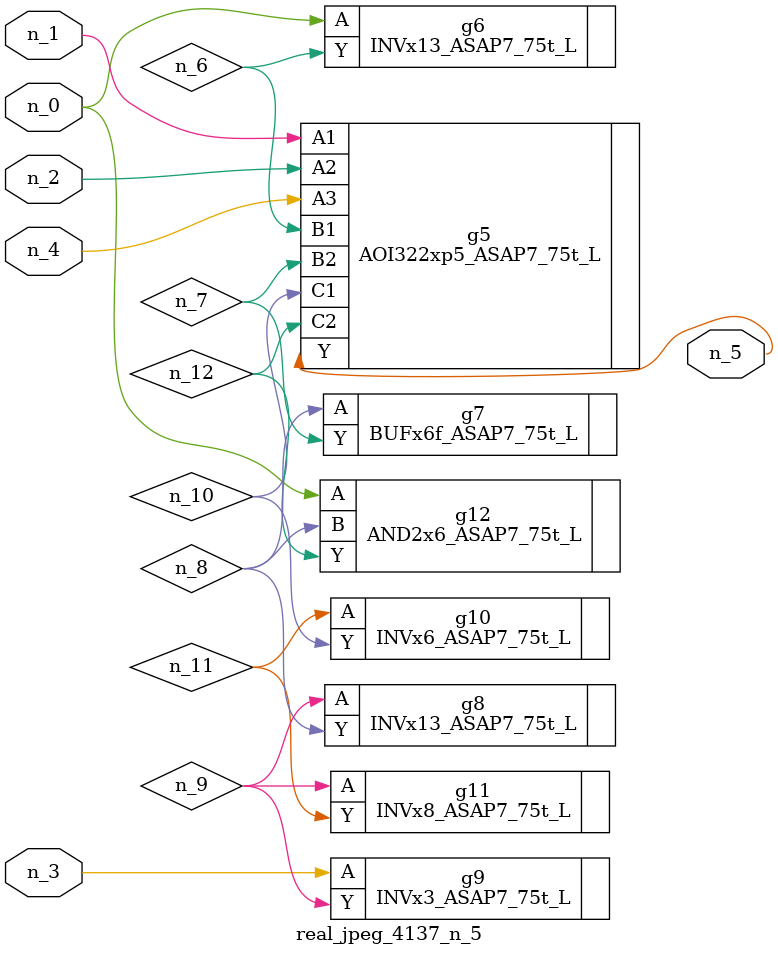
<source format=v>
module real_jpeg_4137_n_5 (n_4, n_0, n_1, n_2, n_3, n_5);

input n_4;
input n_0;
input n_1;
input n_2;
input n_3;

output n_5;

wire n_12;
wire n_8;
wire n_11;
wire n_6;
wire n_7;
wire n_10;
wire n_9;

INVx13_ASAP7_75t_L g6 ( 
.A(n_0),
.Y(n_6)
);

AND2x6_ASAP7_75t_L g12 ( 
.A(n_0),
.B(n_8),
.Y(n_12)
);

AOI322xp5_ASAP7_75t_L g5 ( 
.A1(n_1),
.A2(n_2),
.A3(n_4),
.B1(n_6),
.B2(n_7),
.C1(n_10),
.C2(n_12),
.Y(n_5)
);

INVx3_ASAP7_75t_L g9 ( 
.A(n_3),
.Y(n_9)
);

BUFx6f_ASAP7_75t_L g7 ( 
.A(n_8),
.Y(n_7)
);

INVx13_ASAP7_75t_L g8 ( 
.A(n_9),
.Y(n_8)
);

INVx8_ASAP7_75t_L g11 ( 
.A(n_9),
.Y(n_11)
);

INVx6_ASAP7_75t_L g10 ( 
.A(n_11),
.Y(n_10)
);


endmodule
</source>
